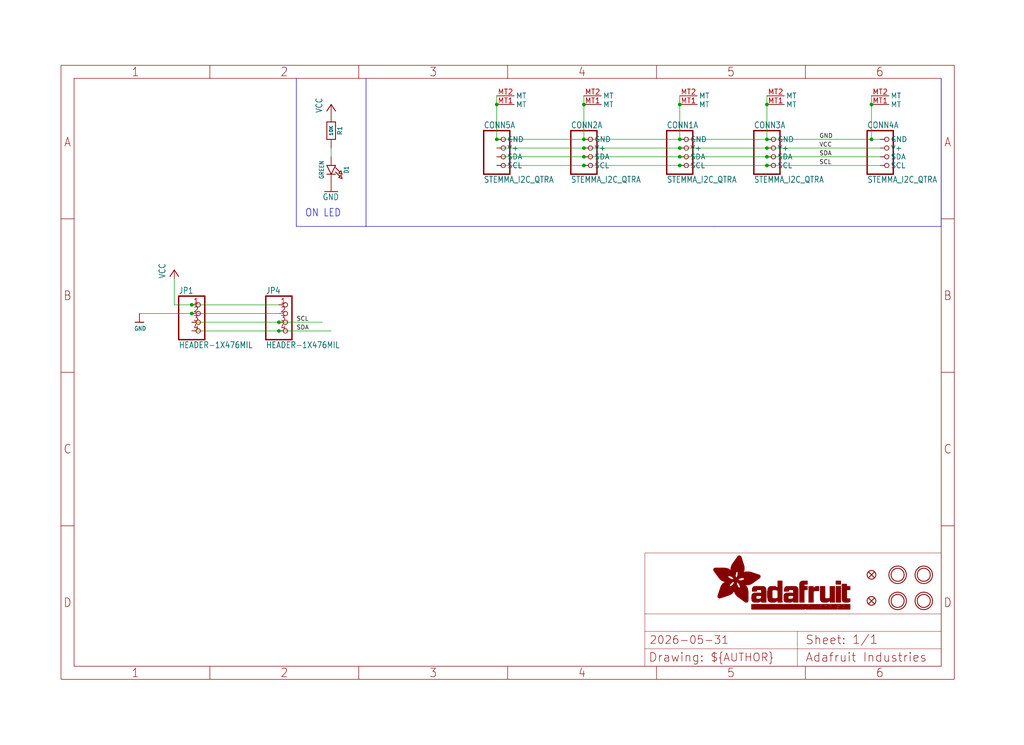
<source format=kicad_sch>
(kicad_sch (version 20250114) (generator "eeschema") (generator_version "9.0")
  (paper "User" 298.45 217.322)
  (lib_symbols
    (symbol "Adafruit Stemma QT 5 Port Hub-eagle-import:FIDUCIAL_1MM")
    (symbol "Adafruit Stemma QT 5 Port Hub-eagle-import:FRAME_A4_ADAFRUIT"
      (symbol "FRAME_A4_ADAFRUIT_1_0"
        (text "A" (at 1.905 156.6863 0) (effects (font (size 2.54 2.286))))
        (text "B" (at 1.905 111.9188 0) (effects (font (size 2.54 2.286))))
        (text "C" (at 1.905 67.1513 0) (effects (font (size 2.54 2.286))))
        (text "D" (at 1.905 22.3838 0) (effects (font (size 2.54 2.286))))
        (text "1" (at 21.6958 177.165 0) (effects (font (size 2.54 2.286))))
        (text "1" (at 21.6958 1.905 0) (effects (font (size 2.54 2.286))))
        (text "2" (at 65.0875 177.165 0) (effects (font (size 2.54 2.286))))
        (text "2" (at 65.0875 1.905 0) (effects (font (size 2.54 2.286))))
        (text "3" (at 108.4792 177.165 0) (effects (font (size 2.54 2.286))))
        (text "3" (at 108.4792 1.905 0) (effects (font (size 2.54 2.286))))
        (text "4" (at 151.8708 177.165 0) (effects (font (size 2.54 2.286))))
        (text "4" (at 151.8708 1.905 0) (effects (font (size 2.54 2.286))))
        (text "Drawing:" (at 171.196 4.953 0) (effects (font (size 2.54 2.54)) (justify left bottom)))
        (text "${PROJECTNAME}" (at 171.45 15.24 0) (effects (font (size 2.54 2.54)) (justify left bottom)))
        (text "${CURRENT_DATE}" (at 171.45 10.16 0) (effects (font (size 2.286 2.286)) (justify left bottom)))
        (text "${AUTHOR}" (at 189.23 5.08 0) (effects (font (size 2.286 2.286)) (justify left bottom)))
        (text "5" (at 195.2625 177.165 0) (effects (font (size 2.54 2.286))))
        (text "5" (at 195.2625 1.905 0) (effects (font (size 2.54 2.286))))
        (text "Sheet:" (at 216.916 10.033 0) (effects (font (size 2.54 2.54)) (justify left bottom)))
        (text "Adafruit Industries" (at 216.916 4.953 0) (effects (font (size 2.54 2.54)) (justify left bottom)))
        (text "${#}/${##}" (at 230.505 10.16 0) (effects (font (size 2.54 2.54)) (justify left bottom)))
        (text "6" (at 238.6542 177.165 0) (effects (font (size 2.54 2.286))))
        (text "6" (at 238.6542 1.905 0) (effects (font (size 2.54 2.286))))
        (text "A" (at 258.445 156.6863 0) (effects (font (size 2.54 2.286))))
        (text "B" (at 258.445 111.9188 0) (effects (font (size 2.54 2.286))))
        (text "C" (at 258.445 67.1513 0) (effects (font (size 2.54 2.286))))
        (text "D" (at 258.445 22.3838 0) (effects (font (size 2.54 2.286))))
      )
    )
    (symbol "Adafruit Stemma QT 5 Port Hub-eagle-import:GND" (power)
      (symbol "GND_1_0"
        (pin power_in line (at 0 2.54 270) (length 2.54) (name "GND") (number "1"))
      )
    )
    (symbol "Adafruit Stemma QT 5 Port Hub-eagle-import:HEADER-1X476MIL"
      (property "Reference" "JP" (at -6.35 8.255 0))
      (symbol "HEADER-1X476MIL_1_0"
        (pin passive inverted (at -2.54 5.08 0) (length 2.54) (name "1") (number "1"))
        (pin passive inverted (at -2.54 2.54 0) (length 2.54) (name "2") (number "2"))
        (pin passive inverted (at -2.54 0 0) (length 2.54) (name "3") (number "3"))
        (pin passive inverted (at -2.54 -2.54 0) (length 2.54) (name "4") (number "4"))
      )
    )
    (symbol "Adafruit Stemma QT 5 Port Hub-eagle-import:LED0603_NOOUTLINE"
      (property "Reference" "D" (at -1.27 4.445 0))
      (symbol "LED0603_NOOUTLINE_1_0"
        (pin passive line (at -5.08 0 0) (length 2.54) (name "A") (number "A"))
        (pin passive line (at 2.54 0 180) (length 2.54) (name "C") (number "C"))
      )
    )
    (symbol "Adafruit Stemma QT 5 Port Hub-eagle-import:MOUNTINGHOLE2.5")
    (symbol "Adafruit Stemma QT 5 Port Hub-eagle-import:RESISTOR_0603_NOOUT"
      (property "Reference" "R" (at 0 2.54 0))
      (symbol "RESISTOR_0603_NOOUT_1_0"
        (pin passive line (at -5.08 0 0) (length 2.54) (name "1") (number "1"))
        (pin passive line (at 5.08 0 180) (length 2.54) (name "2") (number "2"))
      )
    )
    (symbol "Adafruit Stemma QT 5 Port Hub-eagle-import:STEMMA_I2C_QTRA"
      (symbol "STEMMA_I2C_QTRA_1_0"
        (pin passive inverted (at 0 5.08 0) (length 2.54) (name "GND") (number "1"))
        (pin passive inverted (at 0 2.54 0) (length 2.54) (name "V+") (number "2"))
        (pin passive inverted (at 0 0 0) (length 2.54) (name "SDA") (number "3"))
        (pin passive inverted (at 0 -2.54 0) (length 2.54) (name "SCL") (number "4"))
      )
      (symbol "STEMMA_I2C_QTRA_2_0"
        (pin bidirectional line (at 0 0 0) (length 5.08) (name "MT") (number "MT1"))
      )
      (symbol "STEMMA_I2C_QTRA_3_0"
        (pin bidirectional line (at 0 0 0) (length 5.08) (name "MT") (number "MT2"))
      )
    )
    (symbol "Adafruit Stemma QT 5 Port Hub-eagle-import:VCC" (power)
      (symbol "VCC_1_0"
        (pin power_in line (at 0 -2.54 90) (length 2.54) (name "VCC") (number "1"))
      )
    )
    (symbol "Adafruit Stemma QT 5 Port Hub-eagle-import:supply1_371_GND" (power)
      (symbol "supply1_371_GND_1_0"
        (pin power_in line (at 0 2.54 270) (length 2.54) (name "GND") (number "1"))
      )
    )
  )
  (text "ON LED" (at 88.9 63.5 0) (effects (font (size 2.1844 1.8567)) (justify left bottom)))
  (junction (at 223.52 45.72))
  (junction (at 198.12 30.48))
  (junction (at 223.52 40.64))
  (junction (at 223.52 30.48))
  (junction (at 223.52 43.18))
  (junction (at 55.88 91.44))
  (junction (at 170.18 30.48))
  (junction (at 170.18 43.18))
  (junction (at 198.12 43.18))
  (junction (at 254 30.48))
  (junction (at 170.18 40.64))
  (junction (at 170.18 45.72))
  (junction (at 198.12 48.26))
  (junction (at 55.88 88.9))
  (junction (at 170.18 48.26))
  (junction (at 198.12 40.64))
  (junction (at 223.52 48.26))
  (junction (at 254 40.64))
  (junction (at 144.78 30.48))
  (junction (at 198.12 45.72))
  (junction (at 81.28 93.98))
  (junction (at 81.28 96.52))
  (junction (at 144.78 40.64))
  (polyline (pts (xy 106.68 22.86) (xy 106.68 66.04)) (stroke (width 0.1524) (type solid)))
  (wire (pts (xy 223.52 40.64) (xy 198.12 40.64)) (stroke (width 0.1524)))
  (wire (pts (xy 198.12 30.48) (xy 198.12 40.64)) (stroke (width 0.1524)))
  (wire (pts (xy 81.28 96.52) (xy 55.88 96.52)) (stroke (width 0.1524)))
  (wire (pts (xy 144.78 48.26) (xy 170.18 48.26)) (stroke (width 0.1524)))
  (wire (pts (xy 144.78 27.94) (xy 144.78 30.48)) (stroke (width 0.1524)))
  (wire (pts (xy 81.28 93.98) (xy 93.98 93.98)) (stroke (width 0.1524)))
  (wire (pts (xy 55.88 91.44) (xy 40.64 91.44)) (stroke (width 0.1524)))
  (wire (pts (xy 198.12 40.64) (xy 170.18 40.64)) (stroke (width 0.1524)))
  (wire (pts (xy 170.18 27.94) (xy 170.18 30.48)) (stroke (width 0.1524)))
  (wire (pts (xy 144.78 43.18) (xy 170.18 43.18)) (stroke (width 0.1524)))
  (wire (pts (xy 170.18 45.72) (xy 144.78 45.72)) (stroke (width 0.1524)))
  (wire (pts (xy 223.52 43.18) (xy 256.54 43.18)) (stroke (width 0.1524)))
  (wire (pts (xy 198.12 45.72) (xy 170.18 45.72)) (stroke (width 0.1524)))
  (polyline (pts (xy 106.68 66.04) (xy 208.28 66.04)) (stroke (width 0.1524) (type solid)))
  (wire (pts (xy 50.8 88.9) (xy 50.8 81.28)) (stroke (width 0.1524)))
  (wire (pts (xy 81.28 96.52) (xy 96.52 96.52)) (stroke (width 0.1524)))
  (wire (pts (xy 55.88 88.9) (xy 50.8 88.9)) (stroke (width 0.1524)))
  (wire (pts (xy 223.52 27.94) (xy 223.52 30.48)) (stroke (width 0.1524)))
  (wire (pts (xy 170.18 30.48) (xy 170.18 40.64)) (stroke (width 0.1524)))
  (wire (pts (xy 223.52 48.26) (xy 256.54 48.26)) (stroke (width 0.1524)))
  (wire (pts (xy 223.52 45.72) (xy 198.12 45.72)) (stroke (width 0.1524)))
  (wire (pts (xy 55.88 93.98) (xy 81.28 93.98)) (stroke (width 0.1524)))
  (wire (pts (xy 96.52 45.72) (xy 96.52 43.18)) (stroke (width 0.1524)))
  (polyline (pts (xy 208.28 66.04) (xy 274.32 66.04)) (stroke (width 0.1524) (type solid)))
  (wire (pts (xy 254 27.94) (xy 254 30.48)) (stroke (width 0.1524)))
  (wire (pts (xy 55.88 91.44) (xy 81.28 91.44)) (stroke (width 0.1524)))
  (wire (pts (xy 198.12 43.18) (xy 223.52 43.18)) (stroke (width 0.1524)))
  (polyline (pts (xy 274.32 22.86) (xy 274.32 66.04)) (stroke (width 0.1524) (type solid)))
  (wire (pts (xy 198.12 27.94) (xy 198.12 30.48)) (stroke (width 0.1524)))
  (polyline (pts (xy 86.36 66.04) (xy 106.68 66.04)) (stroke (width 0.1524) (type solid)))
  (wire (pts (xy 170.18 43.18) (xy 198.12 43.18)) (stroke (width 0.1524)))
  (wire (pts (xy 254 30.48) (xy 254 40.64)) (stroke (width 0.1524)))
  (wire (pts (xy 198.12 48.26) (xy 223.52 48.26)) (stroke (width 0.1524)))
  (wire (pts (xy 170.18 48.26) (xy 198.12 48.26)) (stroke (width 0.1524)))
  (wire (pts (xy 254 40.64) (xy 223.52 40.64)) (stroke (width 0.1524)))
  (polyline (pts (xy 86.36 22.86) (xy 86.36 66.04)) (stroke (width 0.1524) (type solid)))
  (wire (pts (xy 55.88 88.9) (xy 81.28 88.9)) (stroke (width 0.1524)))
  (wire (pts (xy 144.78 30.48) (xy 144.78 40.64)) (stroke (width 0.1524)))
  (wire (pts (xy 223.52 30.48) (xy 223.52 40.64)) (stroke (width 0.1524)))
  (wire (pts (xy 170.18 40.64) (xy 144.78 40.64)) (stroke (width 0.1524)))
  (wire (pts (xy 256.54 45.72) (xy 223.52 45.72)) (stroke (width 0.1524)))
  (wire (pts (xy 256.54 40.64) (xy 254 40.64)) (stroke (width 0.1524)))
  (label "GND" (at 238.76 40.64 0) (effects (font (size 1.2446 1.2446))))
  (label "SCL" (at 86.36 93.98 0) (effects (font (size 1.2446 1.2446))))
  (label "SDA" (at 86.36 96.52 0) (effects (font (size 1.2446 1.2446))))
  (label "SDA" (at 238.76 45.72 0) (effects (font (size 1.2446 1.2446))))
  (label "SCL" (at 238.76 48.26 0) (effects (font (size 1.2446 1.2446))))
  (label "VCC" (at 238.76 43.18 0) (effects (font (size 1.2446 1.2446))))
  (symbol (lib_id "Adafruit Stemma QT 5 Port Hub-eagle-import:FIDUCIAL_1MM") (at 254 167.64 0) (unit 1)
    (property "Reference" "FID4" (effects (hide yes)))
    (property "Value" "FIDUCIAL_1MM" (effects (hide yes)))
    (property "Footprint" "Adafruit Stemma QT 5 Port Hub:FIDUCIAL_1MM" (effects (hide yes)))
  )
  (symbol (lib_id "Adafruit Stemma QT 5 Port Hub-eagle-import:MOUNTINGHOLE2.5") (at 261.62 167.64 0) (unit 1)
    (property "Reference" "U$17" (effects (hide yes)))
    (property "Value" "MOUNTINGHOLE2.5" (effects (hide yes)))
    (property "Footprint" "Adafruit Stemma QT 5 Port Hub:MOUNTINGHOLE_2.5_PLATED" (effects (hide yes)))
  )
  (symbol (lib_id "Adafruit Stemma QT 5 Port Hub-eagle-import:STEMMA_I2C_QTRA") (at 144.78 27.94 0) (unit 3)
    (property "Reference" "CONN5" (effects (hide yes)))
    (property "Value" "STEMMA_I2C_QTRA" (effects (hide yes)))
    (property "Footprint" "Adafruit Stemma QT 5 Port Hub:JST_SH4_RA" (effects (hide yes)))
  )
  (symbol (lib_id "Adafruit Stemma QT 5 Port Hub-eagle-import:STEMMA_I2C_QTRA") (at 223.52 27.94 0) (unit 3)
    (property "Reference" "CONN3" (effects (hide yes)))
    (property "Value" "STEMMA_I2C_QTRA" (effects (hide yes)))
    (property "Footprint" "Adafruit Stemma QT 5 Port Hub:JST_SH4_RA" (effects (hide yes)))
  )
  (symbol (lib_id "Adafruit Stemma QT 5 Port Hub-eagle-import:STEMMA_I2C_QTRA") (at 223.52 30.48 0) (unit 2)
    (property "Reference" "CONN3" (effects (hide yes)))
    (property "Value" "STEMMA_I2C_QTRA" (effects (hide yes)))
    (property "Footprint" "Adafruit Stemma QT 5 Port Hub:JST_SH4_RA" (effects (hide yes)))
  )
  (symbol (lib_id "Adafruit Stemma QT 5 Port Hub-eagle-import:STEMMA_I2C_QTRA") (at 144.78 45.72 0) (unit 1)
    (property "Reference" "CONN5" (at 140.97 37.465 0) (effects (font (size 1.778 1.5113)) (justify left bottom)))
    (property "Value" "STEMMA_I2C_QTRA" (at 140.97 53.34 0) (effects (font (size 1.778 1.5113)) (justify left bottom)))
    (property "Footprint" "Adafruit Stemma QT 5 Port Hub:JST_SH4_RA" (effects (hide yes)))
  )
  (symbol (lib_id "Adafruit Stemma QT 5 Port Hub-eagle-import:VCC") (at 50.8 78.74 0) (unit 1)
    (property "Reference" "#P+4" (effects (hide yes)))
    (property "Value" "VCC" (at 48.26 81.28 90) (effects (font (size 1.778 1.5113)) (justify left bottom)))
  )
  (symbol (lib_id "Adafruit Stemma QT 5 Port Hub-eagle-import:MOUNTINGHOLE2.5") (at 261.62 175.26 0) (unit 1)
    (property "Reference" "U$1" (effects (hide yes)))
    (property "Value" "MOUNTINGHOLE2.5" (effects (hide yes)))
    (property "Footprint" "Adafruit Stemma QT 5 Port Hub:MOUNTINGHOLE_2.5_PLATED" (effects (hide yes)))
  )
  (symbol (lib_id "Adafruit Stemma QT 5 Port Hub-eagle-import:STEMMA_I2C_QTRA") (at 170.18 45.72 0) (unit 1)
    (property "Reference" "CONN2" (at 166.37 37.465 0) (effects (font (size 1.778 1.5113)) (justify left bottom)))
    (property "Value" "STEMMA_I2C_QTRA" (at 166.37 53.34 0) (effects (font (size 1.778 1.5113)) (justify left bottom)))
    (property "Footprint" "Adafruit Stemma QT 5 Port Hub:JST_SH4_RA" (effects (hide yes)))
  )
  (symbol (lib_id "Adafruit Stemma QT 5 Port Hub-eagle-import:STEMMA_I2C_QTRA") (at 256.54 45.72 0) (unit 1)
    (property "Reference" "CONN4" (at 252.73 37.465 0) (effects (font (size 1.778 1.5113)) (justify left bottom)))
    (property "Value" "STEMMA_I2C_QTRA" (at 252.73 53.34 0) (effects (font (size 1.778 1.5113)) (justify left bottom)))
    (property "Footprint" "Adafruit Stemma QT 5 Port Hub:JST_SH4_RA" (effects (hide yes)))
  )
  (symbol (lib_id "Adafruit Stemma QT 5 Port Hub-eagle-import:FIDUCIAL_1MM") (at 254 175.26 0) (unit 1)
    (property "Reference" "FID3" (effects (hide yes)))
    (property "Value" "FIDUCIAL_1MM" (effects (hide yes)))
    (property "Footprint" "Adafruit Stemma QT 5 Port Hub:FIDUCIAL_1MM" (effects (hide yes)))
  )
  (symbol (lib_id "Adafruit Stemma QT 5 Port Hub-eagle-import:HEADER-1X476MIL") (at 83.82 93.98 0) (unit 1)
    (property "Reference" "JP4" (at 77.47 85.725 0) (effects (font (size 1.778 1.5113)) (justify left bottom)))
    (property "Value" "HEADER-1X476MIL" (at 77.47 101.6 0) (effects (font (size 1.778 1.5113)) (justify left bottom)))
    (property "Footprint" "Adafruit Stemma QT 5 Port Hub:1X04_ROUND_76" (effects (hide yes)))
  )
  (symbol (lib_id "Adafruit Stemma QT 5 Port Hub-eagle-import:STEMMA_I2C_QTRA") (at 198.12 27.94 0) (unit 3)
    (property "Reference" "CONN1" (effects (hide yes)))
    (property "Value" "STEMMA_I2C_QTRA" (effects (hide yes)))
    (property "Footprint" "Adafruit Stemma QT 5 Port Hub:JST_SH4_RA" (effects (hide yes)))
  )
  (symbol (lib_id "Adafruit Stemma QT 5 Port Hub-eagle-import:STEMMA_I2C_QTRA") (at 223.52 45.72 0) (unit 1)
    (property "Reference" "CONN3" (at 219.71 37.465 0) (effects (font (size 1.778 1.5113)) (justify left bottom)))
    (property "Value" "STEMMA_I2C_QTRA" (at 219.71 53.34 0) (effects (font (size 1.778 1.5113)) (justify left bottom)))
    (property "Footprint" "Adafruit Stemma QT 5 Port Hub:JST_SH4_RA" (effects (hide yes)))
  )
  (symbol (lib_id "Adafruit Stemma QT 5 Port Hub-eagle-import:STEMMA_I2C_QTRA") (at 170.18 27.94 0) (unit 3)
    (property "Reference" "CONN2" (effects (hide yes)))
    (property "Value" "STEMMA_I2C_QTRA" (effects (hide yes)))
    (property "Footprint" "Adafruit Stemma QT 5 Port Hub:JST_SH4_RA" (effects (hide yes)))
  )
  (symbol (lib_id "Adafruit Stemma QT 5 Port Hub-eagle-import:STEMMA_I2C_QTRA") (at 198.12 30.48 0) (unit 2)
    (property "Reference" "CONN1" (effects (hide yes)))
    (property "Value" "STEMMA_I2C_QTRA" (effects (hide yes)))
    (property "Footprint" "Adafruit Stemma QT 5 Port Hub:JST_SH4_RA" (effects (hide yes)))
  )
  (symbol (lib_id "Adafruit Stemma QT 5 Port Hub-eagle-import:MOUNTINGHOLE2.5") (at 269.24 175.26 0) (unit 1)
    (property "Reference" "U$21" (effects (hide yes)))
    (property "Value" "MOUNTINGHOLE2.5" (effects (hide yes)))
    (property "Footprint" "Adafruit Stemma QT 5 Port Hub:MOUNTINGHOLE_2.5_PLATED" (effects (hide yes)))
  )
  (symbol (lib_id "Adafruit Stemma QT 5 Port Hub-eagle-import:STEMMA_I2C_QTRA") (at 144.78 30.48 0) (unit 2)
    (property "Reference" "CONN5" (effects (hide yes)))
    (property "Value" "STEMMA_I2C_QTRA" (effects (hide yes)))
    (property "Footprint" "Adafruit Stemma QT 5 Port Hub:JST_SH4_RA" (effects (hide yes)))
  )
  (symbol (lib_id "Adafruit Stemma QT 5 Port Hub-eagle-import:GND") (at 40.64 93.98 0) (unit 1)
    (property "Reference" "#U$10" (effects (hide yes)))
    (property "Value" "GND" (at 39.116 96.52 0) (effects (font (size 1.27 1.0795)) (justify left bottom)))
  )
  (symbol (lib_id "Adafruit Stemma QT 5 Port Hub-eagle-import:LED0603_NOOUTLINE") (at 96.52 50.8 270) (unit 1)
    (property "Reference" "D1" (at 100.965 49.53 0) (effects (font (size 1.27 1.0795))))
    (property "Value" "GREEN" (at 93.726 49.53 0) (effects (font (size 1.27 1.0795))))
    (property "Footprint" "Adafruit Stemma QT 5 Port Hub:CHIPLED_0603_NOOUTLINE" (effects (hide yes)))
  )
  (symbol (lib_id "Adafruit Stemma QT 5 Port Hub-eagle-import:STEMMA_I2C_QTRA") (at 198.12 45.72 0) (unit 1)
    (property "Reference" "CONN1" (at 194.31 37.465 0) (effects (font (size 1.778 1.5113)) (justify left bottom)))
    (property "Value" "STEMMA_I2C_QTRA" (at 194.31 53.34 0) (effects (font (size 1.778 1.5113)) (justify left bottom)))
    (property "Footprint" "Adafruit Stemma QT 5 Port Hub:JST_SH4_RA" (effects (hide yes)))
  )
  (symbol (lib_id "Adafruit Stemma QT 5 Port Hub-eagle-import:VCC") (at 96.52 30.48 0) (unit 1)
    (property "Reference" "#P+1" (effects (hide yes)))
    (property "Value" "VCC" (at 93.98 33.02 90) (effects (font (size 1.778 1.5113)) (justify left bottom)))
  )
  (symbol (lib_id "Adafruit Stemma QT 5 Port Hub-eagle-import:STEMMA_I2C_QTRA") (at 170.18 30.48 0) (unit 2)
    (property "Reference" "CONN2" (effects (hide yes)))
    (property "Value" "STEMMA_I2C_QTRA" (effects (hide yes)))
    (property "Footprint" "Adafruit Stemma QT 5 Port Hub:JST_SH4_RA" (effects (hide yes)))
  )
  (symbol (lib_id "Adafruit Stemma QT 5 Port Hub-eagle-import:RESISTOR_0603_NOOUT") (at 96.52 38.1 270) (unit 1)
    (property "Reference" "R1" (at 99.06 38.1 0))
    (property "Value" "10K" (at 96.52 38.1 0) (effects (font (size 1.016 1.016) (thickness 0.2032) (bold yes))))
    (property "Footprint" "Adafruit Stemma QT 5 Port Hub:0603-NO" (effects (hide yes)))
  )
  (symbol (lib_id "Adafruit Stemma QT 5 Port Hub-eagle-import:MOUNTINGHOLE2.5") (at 269.24 167.64 0) (unit 1)
    (property "Reference" "U$19" (effects (hide yes)))
    (property "Value" "MOUNTINGHOLE2.5" (effects (hide yes)))
    (property "Footprint" "Adafruit Stemma QT 5 Port Hub:MOUNTINGHOLE_2.5_PLATED" (effects (hide yes)))
  )
  (symbol (lib_id "Adafruit Stemma QT 5 Port Hub-eagle-import:supply1_371_GND") (at 96.52 55.88 0) (unit 1)
    (property "Reference" "#GND6" (effects (hide yes)))
    (property "Value" "GND" (at 93.98 58.42 0) (effects (font (size 1.778 1.5113)) (justify left bottom)))
  )
  (symbol (lib_id "Adafruit Stemma QT 5 Port Hub-eagle-import:STEMMA_I2C_QTRA") (at 254 27.94 0) (unit 3)
    (property "Reference" "CONN4" (effects (hide yes)))
    (property "Value" "STEMMA_I2C_QTRA" (effects (hide yes)))
    (property "Footprint" "Adafruit Stemma QT 5 Port Hub:JST_SH4_RA" (effects (hide yes)))
  )
  (symbol (lib_id "Adafruit Stemma QT 5 Port Hub-eagle-import:STEMMA_I2C_QTRA") (at 254 30.48 0) (unit 2)
    (property "Reference" "CONN4" (effects (hide yes)))
    (property "Value" "STEMMA_I2C_QTRA" (effects (hide yes)))
    (property "Footprint" "Adafruit Stemma QT 5 Port Hub:JST_SH4_RA" (effects (hide yes)))
  )
  (symbol (lib_id "Adafruit Stemma QT 5 Port Hub-eagle-import:HEADER-1X476MIL") (at 58.42 93.98 0) (unit 1)
    (property "Reference" "JP1" (at 52.07 85.725 0) (effects (font (size 1.778 1.5113)) (justify left bottom)))
    (property "Value" "HEADER-1X476MIL" (at 52.07 101.6 0) (effects (font (size 1.778 1.5113)) (justify left bottom)))
    (property "Footprint" "Adafruit Stemma QT 5 Port Hub:1X04_ROUND_76" (effects (hide yes)))
  )
  (symbol (lib_id "Adafruit Stemma QT 5 Port Hub-eagle-import:FRAME_A4_ADAFRUIT") (at 17.78 198.12 0) (unit 1)
    (property "Reference" "#U$18" (effects (hide yes)))
    (property "Value" "FRAME_A4_ADAFRUIT" (effects (hide yes)))
  )
)
</source>
